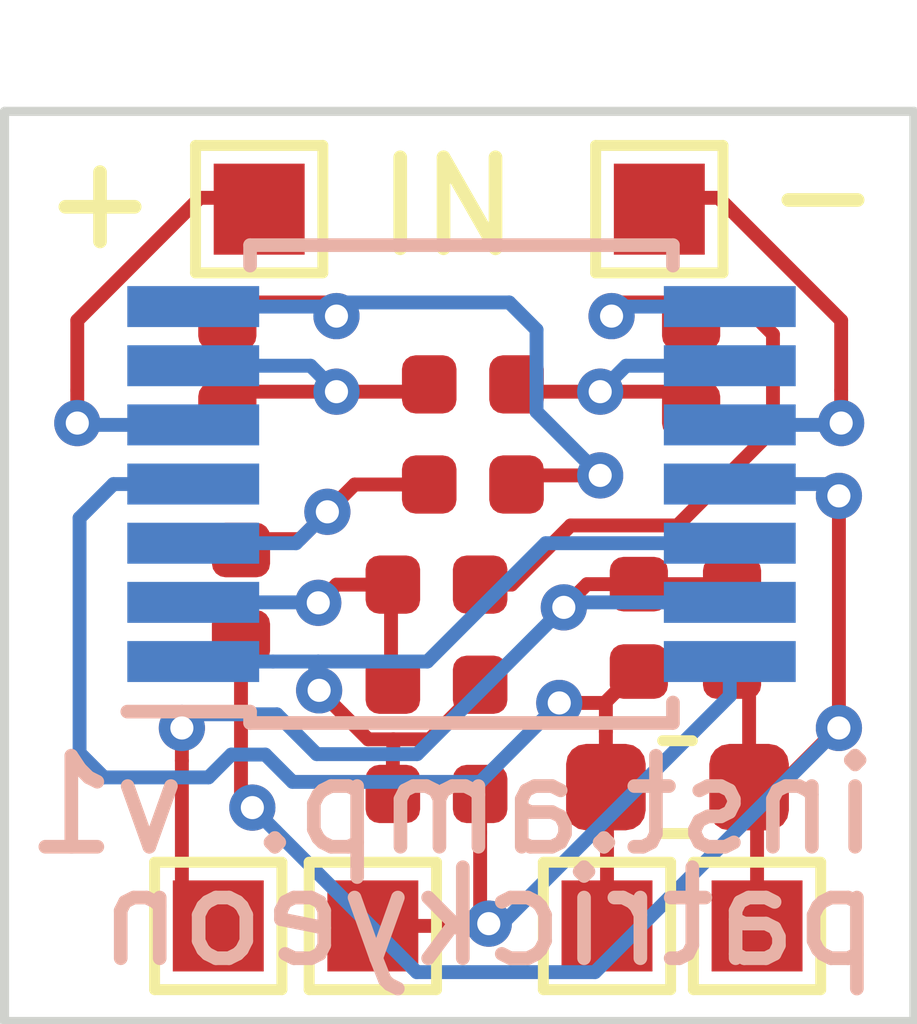
<source format=kicad_pcb>
(kicad_pcb (version 20171130) (host pcbnew 5.0.0-fee4fd1~65~ubuntu17.10.1)

  (general
    (thickness 1.6)
    (drawings 9)
    (tracks 141)
    (zones 0)
    (modules 18)
    (nets 14)
  )

  (page A4)
  (layers
    (0 F.Cu signal)
    (31 B.Cu signal hide)
    (32 B.Adhes user hide)
    (33 F.Adhes user hide)
    (34 B.Paste user hide)
    (35 F.Paste user)
    (36 B.SilkS user hide)
    (37 F.SilkS user)
    (38 B.Mask user hide)
    (39 F.Mask user)
    (40 Dwgs.User user hide)
    (41 Cmts.User user hide)
    (42 Eco1.User user hide)
    (43 Eco2.User user hide)
    (44 Edge.Cuts user)
    (45 Margin user hide)
    (46 B.CrtYd user hide)
    (47 F.CrtYd user)
    (48 B.Fab user hide)
    (49 F.Fab user hide)
  )

  (setup
    (last_trace_width 0.1524)
    (trace_clearance 0.1524)
    (zone_clearance 0.508)
    (zone_45_only no)
    (trace_min 0.1524)
    (segment_width 0.2)
    (edge_width 0.15)
    (via_size 0.508)
    (via_drill 0.254)
    (via_min_size 0.508)
    (via_min_drill 0.254)
    (uvia_size 0.3)
    (uvia_drill 0.1)
    (uvias_allowed no)
    (uvia_min_size 0.2)
    (uvia_min_drill 0.1)
    (pcb_text_width 0.15)
    (pcb_text_size 1 1)
    (mod_edge_width 0.15)
    (mod_text_size 1 1)
    (mod_text_width 0.15)
    (pad_size 1 1)
    (pad_drill 0)
    (pad_to_mask_clearance 0.2)
    (aux_axis_origin 0 0)
    (visible_elements FFFFFF7F)
    (pcbplotparams
      (layerselection 0x010f0_ffffffff)
      (usegerberextensions false)
      (usegerberattributes false)
      (usegerberadvancedattributes false)
      (creategerberjobfile false)
      (excludeedgelayer true)
      (linewidth 0.100000)
      (plotframeref false)
      (viasonmask false)
      (mode 1)
      (useauxorigin false)
      (hpglpennumber 1)
      (hpglpenspeed 20)
      (hpglpendiameter 15.000000)
      (psnegative false)
      (psa4output false)
      (plotreference false)
      (plotvalue false)
      (plotinvisibletext false)
      (padsonsilk false)
      (subtractmaskfromsilk false)
      (outputformat 1)
      (mirror false)
      (drillshape 0)
      (scaleselection 1)
      (outputdirectory "outputs/"))
  )

  (net 0 "")
  (net 1 VCC)
  (net 2 GND)
  (net 3 "Net-(R1-Pad1)")
  (net 4 "Net-(R1-Pad2)")
  (net 5 "Net-(R2-Pad2)")
  (net 6 "Net-(R3-Pad1)")
  (net 7 "Net-(R4-Pad1)")
  (net 8 "Net-(R5-Pad1)")
  (net 9 "Net-(R8-Pad1)")
  (net 10 "Net-(TP1-Pad1)")
  (net 11 "Net-(TP2-Pad1)")
  (net 12 /vout)
  (net 13 "Net-(R10-Pad2)")

  (net_class Default "This is the default net class."
    (clearance 0.1524)
    (trace_width 0.1524)
    (via_dia 0.508)
    (via_drill 0.254)
    (uvia_dia 0.3)
    (uvia_drill 0.1)
    (add_net /vout)
    (add_net GND)
    (add_net "Net-(R1-Pad1)")
    (add_net "Net-(R1-Pad2)")
    (add_net "Net-(R10-Pad2)")
    (add_net "Net-(R2-Pad2)")
    (add_net "Net-(R3-Pad1)")
    (add_net "Net-(R4-Pad1)")
    (add_net "Net-(R5-Pad1)")
    (add_net "Net-(R8-Pad1)")
    (add_net "Net-(TP1-Pad1)")
    (add_net "Net-(TP2-Pad1)")
    (add_net VCC)
  )

  (module Resistor_SMD:R_0402_1005Metric (layer F.Cu) (tedit 5BD0ED15) (tstamp 5BDCE174)
    (at 108.1 75.8 180)
    (descr "Resistor SMD 0402 (1005 Metric), square (rectangular) end terminal, IPC_7351 nominal, (Body size source: http://www.tortai-tech.com/upload/download/2011102023233369053.pdf), generated with kicad-footprint-generator")
    (tags resistor)
    (path /5BD1FEDE)
    (attr smd)
    (fp_text reference R10 (at 0 -1.17 180) (layer F.SilkS) hide
      (effects (font (size 1 1) (thickness 0.15)))
    )
    (fp_text value DNI (at 0 1.17 180) (layer F.Fab)
      (effects (font (size 1 1) (thickness 0.15)))
    )
    (fp_line (start -0.5 0.25) (end -0.5 -0.25) (layer F.Fab) (width 0.1))
    (fp_line (start -0.5 -0.25) (end 0.5 -0.25) (layer F.Fab) (width 0.1))
    (fp_line (start 0.5 -0.25) (end 0.5 0.25) (layer F.Fab) (width 0.1))
    (fp_line (start 0.5 0.25) (end -0.5 0.25) (layer F.Fab) (width 0.1))
    (fp_line (start -0.93 0.47) (end -0.93 -0.47) (layer F.CrtYd) (width 0.05))
    (fp_line (start -0.93 -0.47) (end 0.93 -0.47) (layer F.CrtYd) (width 0.05))
    (fp_line (start 0.93 -0.47) (end 0.93 0.47) (layer F.CrtYd) (width 0.05))
    (fp_line (start 0.93 0.47) (end -0.93 0.47) (layer F.CrtYd) (width 0.05))
    (fp_text user %R (at 0 0 180) (layer F.Fab)
      (effects (font (size 0.25 0.25) (thickness 0.04)))
    )
    (pad 1 smd roundrect (at -0.48 0 180) (size 0.6 0.64) (layers F.Cu F.Paste F.Mask) (roundrect_rratio 0.25)
      (net 12 /vout))
    (pad 2 smd roundrect (at 0.48 0 180) (size 0.6 0.64) (layers F.Cu F.Paste F.Mask) (roundrect_rratio 0.25)
      (net 13 "Net-(R10-Pad2)"))
    (model ${KISYS3DMOD}/Resistor_SMD.3dshapes/R_0402_1005Metric.wrl
      (at (xyz 0 0 0))
      (scale (xyz 1 1 1))
      (rotate (xyz 0 0 0))
    )
  )

  (module Capacitor_SMD:C_0603_1608Metric (layer F.Cu) (tedit 5BD0ED6D) (tstamp 5BDCD072)
    (at 110.75 75.725)
    (descr "Capacitor SMD 0603 (1608 Metric), square (rectangular) end terminal, IPC_7351 nominal, (Body size source: http://www.tortai-tech.com/upload/download/2011102023233369053.pdf), generated with kicad-footprint-generator")
    (tags capacitor)
    (path /5BD13551)
    (attr smd)
    (fp_text reference C1 (at 0 -1.43) (layer F.SilkS) hide
      (effects (font (size 1 1) (thickness 0.15)))
    )
    (fp_text value 100n (at 0 1.43) (layer F.Fab)
      (effects (font (size 1 1) (thickness 0.15)))
    )
    (fp_line (start -0.8 0.4) (end -0.8 -0.4) (layer F.Fab) (width 0.1))
    (fp_line (start -0.8 -0.4) (end 0.8 -0.4) (layer F.Fab) (width 0.1))
    (fp_line (start 0.8 -0.4) (end 0.8 0.4) (layer F.Fab) (width 0.1))
    (fp_line (start 0.8 0.4) (end -0.8 0.4) (layer F.Fab) (width 0.1))
    (fp_line (start -0.162779 -0.51) (end 0.162779 -0.51) (layer F.SilkS) (width 0.12))
    (fp_line (start -0.162779 0.51) (end 0.162779 0.51) (layer F.SilkS) (width 0.12))
    (fp_line (start -1.48 0.73) (end -1.48 -0.73) (layer F.CrtYd) (width 0.05))
    (fp_line (start -1.48 -0.73) (end 1.48 -0.73) (layer F.CrtYd) (width 0.05))
    (fp_line (start 1.48 -0.73) (end 1.48 0.73) (layer F.CrtYd) (width 0.05))
    (fp_line (start 1.48 0.73) (end -1.48 0.73) (layer F.CrtYd) (width 0.05))
    (fp_text user %R (at 0 0) (layer F.Fab)
      (effects (font (size 0.4 0.4) (thickness 0.06)))
    )
    (pad 1 smd roundrect (at -0.7875 0) (size 0.875 0.95) (layers F.Cu F.Paste F.Mask) (roundrect_rratio 0.25)
      (net 1 VCC))
    (pad 2 smd roundrect (at 0.7875 0) (size 0.875 0.95) (layers F.Cu F.Paste F.Mask) (roundrect_rratio 0.25)
      (net 2 GND))
    (model ${KISYS3DMOD}/Capacitor_SMD.3dshapes/C_0603_1608Metric.wrl
      (at (xyz 0 0 0))
      (scale (xyz 1 1 1))
      (rotate (xyz 0 0 0))
    )
  )

  (module Resistor_SMD:R_0402_1005Metric (layer F.Cu) (tedit 5BD0ED50) (tstamp 5BDCB35F)
    (at 108.5 71.3 180)
    (descr "Resistor SMD 0402 (1005 Metric), square (rectangular) end terminal, IPC_7351 nominal, (Body size source: http://www.tortai-tech.com/upload/download/2011102023233369053.pdf), generated with kicad-footprint-generator")
    (tags resistor)
    (path /5BD0F762)
    (attr smd)
    (fp_text reference R1 (at 0 -1.17 180) (layer F.SilkS) hide
      (effects (font (size 1 1) (thickness 0.15)))
    )
    (fp_text value 2K (at 0 1.17 180) (layer F.Fab)
      (effects (font (size 1 1) (thickness 0.15)))
    )
    (fp_line (start -0.5 0.25) (end -0.5 -0.25) (layer F.Fab) (width 0.1))
    (fp_line (start -0.5 -0.25) (end 0.5 -0.25) (layer F.Fab) (width 0.1))
    (fp_line (start 0.5 -0.25) (end 0.5 0.25) (layer F.Fab) (width 0.1))
    (fp_line (start 0.5 0.25) (end -0.5 0.25) (layer F.Fab) (width 0.1))
    (fp_line (start -0.93 0.47) (end -0.93 -0.47) (layer F.CrtYd) (width 0.05))
    (fp_line (start -0.93 -0.47) (end 0.93 -0.47) (layer F.CrtYd) (width 0.05))
    (fp_line (start 0.93 -0.47) (end 0.93 0.47) (layer F.CrtYd) (width 0.05))
    (fp_line (start 0.93 0.47) (end -0.93 0.47) (layer F.CrtYd) (width 0.05))
    (fp_text user %R (at 0 0 180) (layer F.Fab)
      (effects (font (size 0.25 0.25) (thickness 0.04)))
    )
    (pad 1 smd roundrect (at -0.48 0 180) (size 0.6 0.64) (layers F.Cu F.Paste F.Mask) (roundrect_rratio 0.25)
      (net 3 "Net-(R1-Pad1)"))
    (pad 2 smd roundrect (at 0.48 0 180) (size 0.6 0.64) (layers F.Cu F.Paste F.Mask) (roundrect_rratio 0.25)
      (net 4 "Net-(R1-Pad2)"))
    (model ${KISYS3DMOD}/Resistor_SMD.3dshapes/R_0402_1005Metric.wrl
      (at (xyz 0 0 0))
      (scale (xyz 1 1 1))
      (rotate (xyz 0 0 0))
    )
  )

  (module Resistor_SMD:R_0402_1005Metric (layer F.Cu) (tedit 5BD0ED41) (tstamp 5BDCBF3E)
    (at 110.9 71.1 90)
    (descr "Resistor SMD 0402 (1005 Metric), square (rectangular) end terminal, IPC_7351 nominal, (Body size source: http://www.tortai-tech.com/upload/download/2011102023233369053.pdf), generated with kicad-footprint-generator")
    (tags resistor)
    (path /5BD0F632)
    (attr smd)
    (fp_text reference R2 (at 0 -1.17 90) (layer F.SilkS) hide
      (effects (font (size 1 1) (thickness 0.15)))
    )
    (fp_text value 4K02 (at 0 1.17 90) (layer F.Fab)
      (effects (font (size 1 1) (thickness 0.15)))
    )
    (fp_line (start -0.5 0.25) (end -0.5 -0.25) (layer F.Fab) (width 0.1))
    (fp_line (start -0.5 -0.25) (end 0.5 -0.25) (layer F.Fab) (width 0.1))
    (fp_line (start 0.5 -0.25) (end 0.5 0.25) (layer F.Fab) (width 0.1))
    (fp_line (start 0.5 0.25) (end -0.5 0.25) (layer F.Fab) (width 0.1))
    (fp_line (start -0.93 0.47) (end -0.93 -0.47) (layer F.CrtYd) (width 0.05))
    (fp_line (start -0.93 -0.47) (end 0.93 -0.47) (layer F.CrtYd) (width 0.05))
    (fp_line (start 0.93 -0.47) (end 0.93 0.47) (layer F.CrtYd) (width 0.05))
    (fp_line (start 0.93 0.47) (end -0.93 0.47) (layer F.CrtYd) (width 0.05))
    (fp_text user %R (at 0 0 90) (layer F.Fab)
      (effects (font (size 0.25 0.25) (thickness 0.04)))
    )
    (pad 1 smd roundrect (at -0.48 0 90) (size 0.6 0.64) (layers F.Cu F.Paste F.Mask) (roundrect_rratio 0.25)
      (net 3 "Net-(R1-Pad1)"))
    (pad 2 smd roundrect (at 0.48 0 90) (size 0.6 0.64) (layers F.Cu F.Paste F.Mask) (roundrect_rratio 0.25)
      (net 5 "Net-(R2-Pad2)"))
    (model ${KISYS3DMOD}/Resistor_SMD.3dshapes/R_0402_1005Metric.wrl
      (at (xyz 0 0 0))
      (scale (xyz 1 1 1))
      (rotate (xyz 0 0 0))
    )
  )

  (module Resistor_SMD:R_0402_1005Metric (layer F.Cu) (tedit 5BD0ED47) (tstamp 5BDCD264)
    (at 105.8 71.1 270)
    (descr "Resistor SMD 0402 (1005 Metric), square (rectangular) end terminal, IPC_7351 nominal, (Body size source: http://www.tortai-tech.com/upload/download/2011102023233369053.pdf), generated with kicad-footprint-generator")
    (tags resistor)
    (path /5BD0F6ED)
    (attr smd)
    (fp_text reference R3 (at 0 -1.17 270) (layer F.SilkS) hide
      (effects (font (size 1 1) (thickness 0.15)))
    )
    (fp_text value 4K02 (at 0 1.17 270) (layer F.Fab)
      (effects (font (size 1 1) (thickness 0.15)))
    )
    (fp_text user %R (at 0 0 270) (layer F.Fab)
      (effects (font (size 0.25 0.25) (thickness 0.04)))
    )
    (fp_line (start 0.93 0.47) (end -0.93 0.47) (layer F.CrtYd) (width 0.05))
    (fp_line (start 0.93 -0.47) (end 0.93 0.47) (layer F.CrtYd) (width 0.05))
    (fp_line (start -0.93 -0.47) (end 0.93 -0.47) (layer F.CrtYd) (width 0.05))
    (fp_line (start -0.93 0.47) (end -0.93 -0.47) (layer F.CrtYd) (width 0.05))
    (fp_line (start 0.5 0.25) (end -0.5 0.25) (layer F.Fab) (width 0.1))
    (fp_line (start 0.5 -0.25) (end 0.5 0.25) (layer F.Fab) (width 0.1))
    (fp_line (start -0.5 -0.25) (end 0.5 -0.25) (layer F.Fab) (width 0.1))
    (fp_line (start -0.5 0.25) (end -0.5 -0.25) (layer F.Fab) (width 0.1))
    (pad 2 smd roundrect (at 0.48 0 270) (size 0.6 0.64) (layers F.Cu F.Paste F.Mask) (roundrect_rratio 0.25)
      (net 4 "Net-(R1-Pad2)"))
    (pad 1 smd roundrect (at -0.48 0 270) (size 0.6 0.64) (layers F.Cu F.Paste F.Mask) (roundrect_rratio 0.25)
      (net 6 "Net-(R3-Pad1)"))
    (model ${KISYS3DMOD}/Resistor_SMD.3dshapes/R_0402_1005Metric.wrl
      (at (xyz 0 0 0))
      (scale (xyz 1 1 1))
      (rotate (xyz 0 0 0))
    )
  )

  (module Resistor_SMD:R_0402_1005Metric locked (layer F.Cu) (tedit 5BD0ED4B) (tstamp 5BDCB38C)
    (at 108.1 73.5)
    (descr "Resistor SMD 0402 (1005 Metric), square (rectangular) end terminal, IPC_7351 nominal, (Body size source: http://www.tortai-tech.com/upload/download/2011102023233369053.pdf), generated with kicad-footprint-generator")
    (tags resistor)
    (path /5BD0F847)
    (attr smd)
    (fp_text reference R4 (at 0 -1.17) (layer F.SilkS) hide
      (effects (font (size 1 1) (thickness 0.15)))
    )
    (fp_text value 1K (at 0 1.17) (layer F.Fab)
      (effects (font (size 1 1) (thickness 0.15)))
    )
    (fp_text user %R (at 0 0) (layer F.Fab)
      (effects (font (size 0.25 0.25) (thickness 0.04)))
    )
    (fp_line (start 0.93 0.47) (end -0.93 0.47) (layer F.CrtYd) (width 0.05))
    (fp_line (start 0.93 -0.47) (end 0.93 0.47) (layer F.CrtYd) (width 0.05))
    (fp_line (start -0.93 -0.47) (end 0.93 -0.47) (layer F.CrtYd) (width 0.05))
    (fp_line (start -0.93 0.47) (end -0.93 -0.47) (layer F.CrtYd) (width 0.05))
    (fp_line (start 0.5 0.25) (end -0.5 0.25) (layer F.Fab) (width 0.1))
    (fp_line (start 0.5 -0.25) (end 0.5 0.25) (layer F.Fab) (width 0.1))
    (fp_line (start -0.5 -0.25) (end 0.5 -0.25) (layer F.Fab) (width 0.1))
    (fp_line (start -0.5 0.25) (end -0.5 -0.25) (layer F.Fab) (width 0.1))
    (pad 2 smd roundrect (at 0.48 0) (size 0.6 0.64) (layers F.Cu F.Paste F.Mask) (roundrect_rratio 0.25)
      (net 5 "Net-(R2-Pad2)"))
    (pad 1 smd roundrect (at -0.48 0) (size 0.6 0.64) (layers F.Cu F.Paste F.Mask) (roundrect_rratio 0.25)
      (net 7 "Net-(R4-Pad1)"))
    (model ${KISYS3DMOD}/Resistor_SMD.3dshapes/R_0402_1005Metric.wrl
      (at (xyz 0 0 0))
      (scale (xyz 1 1 1))
      (rotate (xyz 0 0 0))
    )
  )

  (module Resistor_SMD:R_0402_1005Metric (layer F.Cu) (tedit 5BD0ED3C) (tstamp 5BDCB39B)
    (at 108.5 72.4)
    (descr "Resistor SMD 0402 (1005 Metric), square (rectangular) end terminal, IPC_7351 nominal, (Body size source: http://www.tortai-tech.com/upload/download/2011102023233369053.pdf), generated with kicad-footprint-generator")
    (tags resistor)
    (path /5BD0F874)
    (attr smd)
    (fp_text reference R5 (at 0 -1.17) (layer F.SilkS) hide
      (effects (font (size 1 1) (thickness 0.15)))
    )
    (fp_text value 1K (at 0 1.17) (layer F.Fab)
      (effects (font (size 1 1) (thickness 0.15)))
    )
    (fp_line (start -0.5 0.25) (end -0.5 -0.25) (layer F.Fab) (width 0.1))
    (fp_line (start -0.5 -0.25) (end 0.5 -0.25) (layer F.Fab) (width 0.1))
    (fp_line (start 0.5 -0.25) (end 0.5 0.25) (layer F.Fab) (width 0.1))
    (fp_line (start 0.5 0.25) (end -0.5 0.25) (layer F.Fab) (width 0.1))
    (fp_line (start -0.93 0.47) (end -0.93 -0.47) (layer F.CrtYd) (width 0.05))
    (fp_line (start -0.93 -0.47) (end 0.93 -0.47) (layer F.CrtYd) (width 0.05))
    (fp_line (start 0.93 -0.47) (end 0.93 0.47) (layer F.CrtYd) (width 0.05))
    (fp_line (start 0.93 0.47) (end -0.93 0.47) (layer F.CrtYd) (width 0.05))
    (fp_text user %R (at 0 0) (layer F.Fab)
      (effects (font (size 0.25 0.25) (thickness 0.04)))
    )
    (pad 1 smd roundrect (at -0.48 0) (size 0.6 0.64) (layers F.Cu F.Paste F.Mask) (roundrect_rratio 0.25)
      (net 8 "Net-(R5-Pad1)"))
    (pad 2 smd roundrect (at 0.48 0) (size 0.6 0.64) (layers F.Cu F.Paste F.Mask) (roundrect_rratio 0.25)
      (net 6 "Net-(R3-Pad1)"))
    (model ${KISYS3DMOD}/Resistor_SMD.3dshapes/R_0402_1005Metric.wrl
      (at (xyz 0 0 0))
      (scale (xyz 1 1 1))
      (rotate (xyz 0 0 0))
    )
  )

  (module Resistor_SMD:R_0402_1005Metric (layer F.Cu) (tedit 5BD0ED53) (tstamp 5BDCB3AA)
    (at 105.95 73.6 270)
    (descr "Resistor SMD 0402 (1005 Metric), square (rectangular) end terminal, IPC_7351 nominal, (Body size source: http://www.tortai-tech.com/upload/download/2011102023233369053.pdf), generated with kicad-footprint-generator")
    (tags resistor)
    (path /5BD0F789)
    (attr smd)
    (fp_text reference R6 (at 0 -1.17 270) (layer F.SilkS) hide
      (effects (font (size 1 1) (thickness 0.15)))
    )
    (fp_text value 10K (at 0 1.17 270) (layer F.Fab)
      (effects (font (size 1 1) (thickness 0.15)))
    )
    (fp_text user %R (at 0 0 270) (layer F.Fab)
      (effects (font (size 0.25 0.25) (thickness 0.04)))
    )
    (fp_line (start 0.93 0.47) (end -0.93 0.47) (layer F.CrtYd) (width 0.05))
    (fp_line (start 0.93 -0.47) (end 0.93 0.47) (layer F.CrtYd) (width 0.05))
    (fp_line (start -0.93 -0.47) (end 0.93 -0.47) (layer F.CrtYd) (width 0.05))
    (fp_line (start -0.93 0.47) (end -0.93 -0.47) (layer F.CrtYd) (width 0.05))
    (fp_line (start 0.5 0.25) (end -0.5 0.25) (layer F.Fab) (width 0.1))
    (fp_line (start 0.5 -0.25) (end 0.5 0.25) (layer F.Fab) (width 0.1))
    (fp_line (start -0.5 -0.25) (end 0.5 -0.25) (layer F.Fab) (width 0.1))
    (fp_line (start -0.5 0.25) (end -0.5 -0.25) (layer F.Fab) (width 0.1))
    (pad 2 smd roundrect (at 0.48 0 270) (size 0.6 0.64) (layers F.Cu F.Paste F.Mask) (roundrect_rratio 0.25)
      (net 2 GND))
    (pad 1 smd roundrect (at -0.48 0 270) (size 0.6 0.64) (layers F.Cu F.Paste F.Mask) (roundrect_rratio 0.25)
      (net 8 "Net-(R5-Pad1)"))
    (model ${KISYS3DMOD}/Resistor_SMD.3dshapes/R_0402_1005Metric.wrl
      (at (xyz 0 0 0))
      (scale (xyz 1 1 1))
      (rotate (xyz 0 0 0))
    )
  )

  (module Resistor_SMD:R_0402_1005Metric (layer F.Cu) (tedit 5BD0ED29) (tstamp 5BDCB7ED)
    (at 108.1 74.6 180)
    (descr "Resistor SMD 0402 (1005 Metric), square (rectangular) end terminal, IPC_7351 nominal, (Body size source: http://www.tortai-tech.com/upload/download/2011102023233369053.pdf), generated with kicad-footprint-generator")
    (tags resistor)
    (path /5BD0F7B2)
    (attr smd)
    (fp_text reference R7 (at 0 -1.17 180) (layer F.SilkS) hide
      (effects (font (size 1 1) (thickness 0.15)))
    )
    (fp_text value 10K (at 0 1.17 180) (layer F.Fab)
      (effects (font (size 1 1) (thickness 0.15)))
    )
    (fp_text user %R (at 0 0 180) (layer F.Fab)
      (effects (font (size 0.25 0.25) (thickness 0.04)))
    )
    (fp_line (start 0.93 0.47) (end -0.93 0.47) (layer F.CrtYd) (width 0.05))
    (fp_line (start 0.93 -0.47) (end 0.93 0.47) (layer F.CrtYd) (width 0.05))
    (fp_line (start -0.93 -0.47) (end 0.93 -0.47) (layer F.CrtYd) (width 0.05))
    (fp_line (start -0.93 0.47) (end -0.93 -0.47) (layer F.CrtYd) (width 0.05))
    (fp_line (start 0.5 0.25) (end -0.5 0.25) (layer F.Fab) (width 0.1))
    (fp_line (start 0.5 -0.25) (end 0.5 0.25) (layer F.Fab) (width 0.1))
    (fp_line (start -0.5 -0.25) (end 0.5 -0.25) (layer F.Fab) (width 0.1))
    (fp_line (start -0.5 0.25) (end -0.5 -0.25) (layer F.Fab) (width 0.1))
    (pad 2 smd roundrect (at 0.48 0 180) (size 0.6 0.64) (layers F.Cu F.Paste F.Mask) (roundrect_rratio 0.25)
      (net 7 "Net-(R4-Pad1)"))
    (pad 1 smd roundrect (at -0.48 0 180) (size 0.6 0.64) (layers F.Cu F.Paste F.Mask) (roundrect_rratio 0.25)
      (net 13 "Net-(R10-Pad2)"))
    (model ${KISYS3DMOD}/Resistor_SMD.3dshapes/R_0402_1005Metric.wrl
      (at (xyz 0 0 0))
      (scale (xyz 1 1 1))
      (rotate (xyz 0 0 0))
    )
  )

  (module Resistor_SMD:R_0402_1005Metric (layer F.Cu) (tedit 5BD0ED65) (tstamp 5BDCCF66)
    (at 110.325 73.975 270)
    (descr "Resistor SMD 0402 (1005 Metric), square (rectangular) end terminal, IPC_7351 nominal, (Body size source: http://www.tortai-tech.com/upload/download/2011102023233369053.pdf), generated with kicad-footprint-generator")
    (tags resistor)
    (path /5BD0F804)
    (attr smd)
    (fp_text reference R8 (at 0 -1.17 270) (layer F.SilkS) hide
      (effects (font (size 1 1) (thickness 0.15)))
    )
    (fp_text value DNI (at 0 1.17 270) (layer F.Fab)
      (effects (font (size 1 1) (thickness 0.15)))
    )
    (fp_text user %R (at 0 0 270) (layer F.Fab)
      (effects (font (size 0.25 0.25) (thickness 0.04)))
    )
    (fp_line (start 0.93 0.47) (end -0.93 0.47) (layer F.CrtYd) (width 0.05))
    (fp_line (start 0.93 -0.47) (end 0.93 0.47) (layer F.CrtYd) (width 0.05))
    (fp_line (start -0.93 -0.47) (end 0.93 -0.47) (layer F.CrtYd) (width 0.05))
    (fp_line (start -0.93 0.47) (end -0.93 -0.47) (layer F.CrtYd) (width 0.05))
    (fp_line (start 0.5 0.25) (end -0.5 0.25) (layer F.Fab) (width 0.1))
    (fp_line (start 0.5 -0.25) (end 0.5 0.25) (layer F.Fab) (width 0.1))
    (fp_line (start -0.5 -0.25) (end 0.5 -0.25) (layer F.Fab) (width 0.1))
    (fp_line (start -0.5 0.25) (end -0.5 -0.25) (layer F.Fab) (width 0.1))
    (pad 2 smd roundrect (at 0.48 0 270) (size 0.6 0.64) (layers F.Cu F.Paste F.Mask) (roundrect_rratio 0.25)
      (net 1 VCC))
    (pad 1 smd roundrect (at -0.48 0 270) (size 0.6 0.64) (layers F.Cu F.Paste F.Mask) (roundrect_rratio 0.25)
      (net 9 "Net-(R8-Pad1)"))
    (model ${KISYS3DMOD}/Resistor_SMD.3dshapes/R_0402_1005Metric.wrl
      (at (xyz 0 0 0))
      (scale (xyz 1 1 1))
      (rotate (xyz 0 0 0))
    )
  )

  (module Resistor_SMD:R_0402_1005Metric (layer F.Cu) (tedit 5BD0ED5B) (tstamp 5BDCBAD1)
    (at 111.35 73.975 90)
    (descr "Resistor SMD 0402 (1005 Metric), square (rectangular) end terminal, IPC_7351 nominal, (Body size source: http://www.tortai-tech.com/upload/download/2011102023233369053.pdf), generated with kicad-footprint-generator")
    (tags resistor)
    (path /5BD0F7DB)
    (attr smd)
    (fp_text reference R9 (at 0 -1.17 90) (layer F.SilkS) hide
      (effects (font (size 1 1) (thickness 0.15)))
    )
    (fp_text value 100K (at 0 1.17 90) (layer F.Fab)
      (effects (font (size 1 1) (thickness 0.15)))
    )
    (fp_line (start -0.5 0.25) (end -0.5 -0.25) (layer F.Fab) (width 0.1))
    (fp_line (start -0.5 -0.25) (end 0.5 -0.25) (layer F.Fab) (width 0.1))
    (fp_line (start 0.5 -0.25) (end 0.5 0.25) (layer F.Fab) (width 0.1))
    (fp_line (start 0.5 0.25) (end -0.5 0.25) (layer F.Fab) (width 0.1))
    (fp_line (start -0.93 0.47) (end -0.93 -0.47) (layer F.CrtYd) (width 0.05))
    (fp_line (start -0.93 -0.47) (end 0.93 -0.47) (layer F.CrtYd) (width 0.05))
    (fp_line (start 0.93 -0.47) (end 0.93 0.47) (layer F.CrtYd) (width 0.05))
    (fp_line (start 0.93 0.47) (end -0.93 0.47) (layer F.CrtYd) (width 0.05))
    (fp_text user %R (at 0 0 90) (layer F.Fab)
      (effects (font (size 0.25 0.25) (thickness 0.04)))
    )
    (pad 1 smd roundrect (at -0.48 0 90) (size 0.6 0.64) (layers F.Cu F.Paste F.Mask) (roundrect_rratio 0.25)
      (net 2 GND))
    (pad 2 smd roundrect (at 0.48 0 90) (size 0.6 0.64) (layers F.Cu F.Paste F.Mask) (roundrect_rratio 0.25)
      (net 9 "Net-(R8-Pad1)"))
    (model ${KISYS3DMOD}/Resistor_SMD.3dshapes/R_0402_1005Metric.wrl
      (at (xyz 0 0 0))
      (scale (xyz 1 1 1))
      (rotate (xyz 0 0 0))
    )
  )

  (module TestPoint:TestPoint_Pad_1.0x1.0mm (layer F.Cu) (tedit 5BD0ED37) (tstamp 5BDCB3E5)
    (at 110.55 69.375)
    (descr "SMD rectangular pad as test Point, square 1.0mm side length")
    (tags "test point SMD pad rectangle square")
    (path /5BD14D49)
    (attr virtual)
    (fp_text reference TP1 (at 0 -1.448) (layer F.SilkS) hide
      (effects (font (size 1 1) (thickness 0.15)))
    )
    (fp_text value Test_Point (at 0 1.55) (layer F.Fab)
      (effects (font (size 1 1) (thickness 0.15)))
    )
    (fp_text user %R (at 0 -1.45) (layer F.Fab)
      (effects (font (size 1 1) (thickness 0.15)))
    )
    (fp_line (start -0.7 -0.7) (end 0.7 -0.7) (layer F.SilkS) (width 0.12))
    (fp_line (start 0.7 -0.7) (end 0.7 0.7) (layer F.SilkS) (width 0.12))
    (fp_line (start 0.7 0.7) (end -0.7 0.7) (layer F.SilkS) (width 0.12))
    (fp_line (start -0.7 0.7) (end -0.7 -0.7) (layer F.SilkS) (width 0.12))
    (fp_line (start -1 -1) (end 1 -1) (layer F.CrtYd) (width 0.05))
    (fp_line (start -1 -1) (end -1 1) (layer F.CrtYd) (width 0.05))
    (fp_line (start 1 1) (end 1 -1) (layer F.CrtYd) (width 0.05))
    (fp_line (start 1 1) (end -1 1) (layer F.CrtYd) (width 0.05))
    (pad 1 smd rect (at 0 0) (size 1 1) (layers F.Cu F.Mask)
      (net 10 "Net-(TP1-Pad1)"))
  )

  (module TestPoint:TestPoint_Pad_1.0x1.0mm (layer F.Cu) (tedit 5BD0ED32) (tstamp 5BDCB3F3)
    (at 106.15 69.375)
    (descr "SMD rectangular pad as test Point, square 1.0mm side length")
    (tags "test point SMD pad rectangle square")
    (path /5BD173CB)
    (attr virtual)
    (fp_text reference TP2 (at 0 -1.448) (layer F.SilkS) hide
      (effects (font (size 1 1) (thickness 0.15)))
    )
    (fp_text value Test_Point (at 0 1.55) (layer F.Fab)
      (effects (font (size 1 1) (thickness 0.15)))
    )
    (fp_line (start 1 1) (end -1 1) (layer F.CrtYd) (width 0.05))
    (fp_line (start 1 1) (end 1 -1) (layer F.CrtYd) (width 0.05))
    (fp_line (start -1 -1) (end -1 1) (layer F.CrtYd) (width 0.05))
    (fp_line (start -1 -1) (end 1 -1) (layer F.CrtYd) (width 0.05))
    (fp_line (start -0.7 0.7) (end -0.7 -0.7) (layer F.SilkS) (width 0.12))
    (fp_line (start 0.7 0.7) (end -0.7 0.7) (layer F.SilkS) (width 0.12))
    (fp_line (start 0.7 -0.7) (end 0.7 0.7) (layer F.SilkS) (width 0.12))
    (fp_line (start -0.7 -0.7) (end 0.7 -0.7) (layer F.SilkS) (width 0.12))
    (fp_text user %R (at 0 -1.45) (layer F.Fab)
      (effects (font (size 1 1) (thickness 0.15)))
    )
    (pad 1 smd rect (at 0 0) (size 1 1) (layers F.Cu F.Mask)
      (net 11 "Net-(TP2-Pad1)"))
  )

  (module TestPoint:TestPoint_Pad_1.0x1.0mm (layer F.Cu) (tedit 5BD0ED07) (tstamp 5BDCB401)
    (at 105.7 77.25)
    (descr "SMD rectangular pad as test Point, square 1.0mm side length")
    (tags "test point SMD pad rectangle square")
    (path /5BD182D2)
    (attr virtual)
    (fp_text reference TP3 (at 0 -1.448) (layer F.SilkS) hide
      (effects (font (size 1 1) (thickness 0.15)))
    )
    (fp_text value Test_Point (at 0 1.55) (layer F.Fab)
      (effects (font (size 1 1) (thickness 0.15)))
    )
    (fp_text user %R (at 0 -1.45) (layer F.Fab)
      (effects (font (size 1 1) (thickness 0.15)))
    )
    (fp_line (start -0.7 -0.7) (end 0.7 -0.7) (layer F.SilkS) (width 0.12))
    (fp_line (start 0.7 -0.7) (end 0.7 0.7) (layer F.SilkS) (width 0.12))
    (fp_line (start 0.7 0.7) (end -0.7 0.7) (layer F.SilkS) (width 0.12))
    (fp_line (start -0.7 0.7) (end -0.7 -0.7) (layer F.SilkS) (width 0.12))
    (fp_line (start -1 -1) (end 1 -1) (layer F.CrtYd) (width 0.05))
    (fp_line (start -1 -1) (end -1 1) (layer F.CrtYd) (width 0.05))
    (fp_line (start 1 1) (end 1 -1) (layer F.CrtYd) (width 0.05))
    (fp_line (start 1 1) (end -1 1) (layer F.CrtYd) (width 0.05))
    (pad 1 smd rect (at 0 0) (size 1 1) (layers F.Cu F.Mask)
      (net 9 "Net-(R8-Pad1)"))
  )

  (module TestPoint:TestPoint_Pad_1.0x1.0mm (layer F.Cu) (tedit 5BD0ED1E) (tstamp 5BDCDB49)
    (at 109.975 77.25)
    (descr "SMD rectangular pad as test Point, square 1.0mm side length")
    (tags "test point SMD pad rectangle square")
    (path /5BD17DC9)
    (attr virtual)
    (fp_text reference TP5 (at 0 -1.448) (layer F.SilkS) hide
      (effects (font (size 1 1) (thickness 0.15)))
    )
    (fp_text value Test_Point (at 0 1.55) (layer F.Fab)
      (effects (font (size 1 1) (thickness 0.15)))
    )
    (fp_line (start 1 1) (end -1 1) (layer F.CrtYd) (width 0.05))
    (fp_line (start 1 1) (end 1 -1) (layer F.CrtYd) (width 0.05))
    (fp_line (start -1 -1) (end -1 1) (layer F.CrtYd) (width 0.05))
    (fp_line (start -1 -1) (end 1 -1) (layer F.CrtYd) (width 0.05))
    (fp_line (start -0.7 0.7) (end -0.7 -0.7) (layer F.SilkS) (width 0.12))
    (fp_line (start 0.7 0.7) (end -0.7 0.7) (layer F.SilkS) (width 0.12))
    (fp_line (start 0.7 -0.7) (end 0.7 0.7) (layer F.SilkS) (width 0.12))
    (fp_line (start -0.7 -0.7) (end 0.7 -0.7) (layer F.SilkS) (width 0.12))
    (fp_text user %R (at 0 -1.45) (layer F.Fab)
      (effects (font (size 1 1) (thickness 0.15)))
    )
    (pad 1 smd rect (at 0 0) (size 1 1) (layers F.Cu F.Mask)
      (net 1 VCC))
  )

  (module TestPoint:TestPoint_Pad_1.0x1.0mm (layer F.Cu) (tedit 5BD0ED23) (tstamp 5BDCDB97)
    (at 111.625 77.25)
    (descr "SMD rectangular pad as test Point, square 1.0mm side length")
    (tags "test point SMD pad rectangle square")
    (path /5BD187CB)
    (attr virtual)
    (fp_text reference TP6 (at 0 -1.448) (layer F.SilkS) hide
      (effects (font (size 1 1) (thickness 0.15)))
    )
    (fp_text value Test_Point (at 0 1.55) (layer F.Fab)
      (effects (font (size 1 1) (thickness 0.15)))
    )
    (fp_line (start 1 1) (end -1 1) (layer F.CrtYd) (width 0.05))
    (fp_line (start 1 1) (end 1 -1) (layer F.CrtYd) (width 0.05))
    (fp_line (start -1 -1) (end -1 1) (layer F.CrtYd) (width 0.05))
    (fp_line (start -1 -1) (end 1 -1) (layer F.CrtYd) (width 0.05))
    (fp_line (start -0.7 0.7) (end -0.7 -0.7) (layer F.SilkS) (width 0.12))
    (fp_line (start 0.7 0.7) (end -0.7 0.7) (layer F.SilkS) (width 0.12))
    (fp_line (start 0.7 -0.7) (end 0.7 0.7) (layer F.SilkS) (width 0.12))
    (fp_line (start -0.7 -0.7) (end 0.7 -0.7) (layer F.SilkS) (width 0.12))
    (fp_text user %R (at 0 -1.45) (layer F.Fab)
      (effects (font (size 1 1) (thickness 0.15)))
    )
    (pad 1 smd rect (at 0 0) (size 1 1) (layers F.Cu F.Mask)
      (net 2 GND))
  )

  (module TestPoint:TestPoint_Pad_1.0x1.0mm (layer F.Cu) (tedit 5BD0ED0B) (tstamp 5BDCDB1F)
    (at 107.4 77.25)
    (descr "SMD rectangular pad as test Point, square 1.0mm side length")
    (tags "test point SMD pad rectangle square")
    (path /5BD18CFA)
    (attr virtual)
    (fp_text reference TP7 (at 0 -1.448) (layer F.SilkS) hide
      (effects (font (size 1 1) (thickness 0.15)))
    )
    (fp_text value Test_Point (at 0 1.55) (layer F.Fab)
      (effects (font (size 1 1) (thickness 0.15)))
    )
    (fp_text user %R (at 0 -1.45) (layer F.Fab)
      (effects (font (size 1 1) (thickness 0.15)))
    )
    (fp_line (start -0.7 -0.7) (end 0.7 -0.7) (layer F.SilkS) (width 0.12))
    (fp_line (start 0.7 -0.7) (end 0.7 0.7) (layer F.SilkS) (width 0.12))
    (fp_line (start 0.7 0.7) (end -0.7 0.7) (layer F.SilkS) (width 0.12))
    (fp_line (start -0.7 0.7) (end -0.7 -0.7) (layer F.SilkS) (width 0.12))
    (fp_line (start -1 -1) (end 1 -1) (layer F.CrtYd) (width 0.05))
    (fp_line (start -1 -1) (end -1 1) (layer F.CrtYd) (width 0.05))
    (fp_line (start 1 1) (end 1 -1) (layer F.CrtYd) (width 0.05))
    (fp_line (start 1 1) (end -1 1) (layer F.CrtYd) (width 0.05))
    (pad 1 smd rect (at 0 0) (size 1 1) (layers F.Cu F.Mask)
      (net 12 /vout))
  )

  (module Package_SO:TSSOP-14_4.4x5mm_P0.65mm (layer B.Cu) (tedit 5BD0EDA1) (tstamp 5BDCBFC2)
    (at 108.375001 72.395001)
    (descr "14-Lead Plastic Thin Shrink Small Outline (ST)-4.4 mm Body [TSSOP] (see Microchip Packaging Specification 00000049BS.pdf)")
    (tags "SSOP 0.65")
    (path /5BD0F352)
    (attr smd)
    (fp_text reference U1 (at 0 3.55) (layer B.SilkS) hide
      (effects (font (size 1 1) (thickness 0.15)) (justify mirror))
    )
    (fp_text value Opamp_Quad_Generic (at 0 -3.55) (layer B.Fab)
      (effects (font (size 1 1) (thickness 0.15)) (justify mirror))
    )
    (fp_line (start -1.2 2.5) (end 2.2 2.5) (layer B.Fab) (width 0.15))
    (fp_line (start 2.2 2.5) (end 2.2 -2.5) (layer B.Fab) (width 0.15))
    (fp_line (start 2.2 -2.5) (end -2.2 -2.5) (layer B.Fab) (width 0.15))
    (fp_line (start -2.2 -2.5) (end -2.2 1.5) (layer B.Fab) (width 0.15))
    (fp_line (start -2.2 1.5) (end -1.2 2.5) (layer B.Fab) (width 0.15))
    (fp_line (start -3.95 2.8) (end -3.95 -2.8) (layer B.CrtYd) (width 0.05))
    (fp_line (start 3.95 2.8) (end 3.95 -2.8) (layer B.CrtYd) (width 0.05))
    (fp_line (start -3.95 2.8) (end 3.95 2.8) (layer B.CrtYd) (width 0.05))
    (fp_line (start -3.95 -2.8) (end 3.95 -2.8) (layer B.CrtYd) (width 0.05))
    (fp_line (start -2.325 2.625) (end -2.325 2.5) (layer B.SilkS) (width 0.15))
    (fp_line (start 2.325 2.625) (end 2.325 2.4) (layer B.SilkS) (width 0.15))
    (fp_line (start 2.325 -2.625) (end 2.325 -2.4) (layer B.SilkS) (width 0.15))
    (fp_line (start -2.325 -2.625) (end -2.325 -2.4) (layer B.SilkS) (width 0.15))
    (fp_line (start -2.325 2.625) (end 2.325 2.625) (layer B.SilkS) (width 0.15))
    (fp_line (start -2.325 -2.625) (end 2.325 -2.625) (layer B.SilkS) (width 0.15))
    (fp_line (start -2.325 2.5) (end -3.675 2.5) (layer B.SilkS) (width 0.15))
    (fp_text user %R (at 0 0) (layer B.Fab)
      (effects (font (size 0.8 0.8) (thickness 0.15)) (justify mirror))
    )
    (pad 1 smd rect (at -2.95 1.95) (size 1.45 0.45) (layers B.Cu B.Paste B.Mask)
      (net 13 "Net-(R10-Pad2)"))
    (pad 2 smd rect (at -2.95 1.3) (size 1.45 0.45) (layers B.Cu B.Paste B.Mask)
      (net 7 "Net-(R4-Pad1)"))
    (pad 3 smd rect (at -2.95 0.65) (size 1.45 0.45) (layers B.Cu B.Paste B.Mask)
      (net 8 "Net-(R5-Pad1)"))
    (pad 4 smd rect (at -2.95 0) (size 1.45 0.45) (layers B.Cu B.Paste B.Mask)
      (net 1 VCC))
    (pad 5 smd rect (at -2.95 -0.65) (size 1.45 0.45) (layers B.Cu B.Paste B.Mask)
      (net 11 "Net-(TP2-Pad1)"))
    (pad 6 smd rect (at -2.95 -1.3) (size 1.45 0.45) (layers B.Cu B.Paste B.Mask)
      (net 4 "Net-(R1-Pad2)"))
    (pad 7 smd rect (at -2.95 -1.95) (size 1.45 0.45) (layers B.Cu B.Paste B.Mask)
      (net 6 "Net-(R3-Pad1)"))
    (pad 8 smd rect (at 2.95 -1.95) (size 1.45 0.45) (layers B.Cu B.Paste B.Mask)
      (net 5 "Net-(R2-Pad2)"))
    (pad 9 smd rect (at 2.95 -1.3) (size 1.45 0.45) (layers B.Cu B.Paste B.Mask)
      (net 3 "Net-(R1-Pad1)"))
    (pad 10 smd rect (at 2.95 -0.65) (size 1.45 0.45) (layers B.Cu B.Paste B.Mask)
      (net 10 "Net-(TP1-Pad1)"))
    (pad 11 smd rect (at 2.95 0) (size 1.45 0.45) (layers B.Cu B.Paste B.Mask)
      (net 2 GND))
    (pad 12 smd rect (at 2.95 0.65) (size 1.45 0.45) (layers B.Cu B.Paste B.Mask)
      (net 13 "Net-(R10-Pad2)"))
    (pad 13 smd rect (at 2.95 1.3) (size 1.45 0.45) (layers B.Cu B.Paste B.Mask)
      (net 9 "Net-(R8-Pad1)"))
    (pad 14 smd rect (at 2.95 1.95) (size 1.45 0.45) (layers B.Cu B.Paste B.Mask)
      (net 12 /vout))
    (model ${KISYS3DMOD}/Package_SO.3dshapes/TSSOP-14_4.4x5mm_P0.65mm.wrl
      (at (xyz 0 0 0))
      (scale (xyz 1 1 1))
      (rotate (xyz 0 0 0))
    )
  )

  (gr_text "inst.amp. v1" (at 108.275 75.925) (layer B.SilkS)
    (effects (font (size 1 1) (thickness 0.15)) (justify mirror))
  )
  (gr_text patrickyeon (at 108.675 77.15) (layer B.SilkS)
    (effects (font (size 1 1) (thickness 0.15)) (justify mirror))
  )
  (gr_text - (at 112.35 69.2) (layer F.SilkS)
    (effects (font (size 1 1) (thickness 0.15)))
  )
  (gr_text + (at 104.4 69.275) (layer F.SilkS)
    (effects (font (size 1 1) (thickness 0.15)))
  )
  (gr_text IN (at 108.225 69.35) (layer F.SilkS)
    (effects (font (size 1 1) (thickness 0.15)))
  )
  (gr_line (start 103.35 78.3) (end 113.35 78.3) (layer Edge.Cuts) (width 0.1))
  (gr_line (start 103.35 68.3) (end 103.35 78.3) (layer Edge.Cuts) (width 0.1))
  (gr_line (start 113.35 68.3) (end 103.35 68.3) (layer Edge.Cuts) (width 0.1))
  (gr_line (start 113.35 78.3) (end 113.35 68.3) (layer Edge.Cuts) (width 0.1))

  (segment (start 109.9625 74.7875) (end 110.3 74.45) (width 0.1524) (layer F.Cu) (net 1))
  (segment (start 109.9625 76.05) (end 109.9625 75.1175) (width 0.1524) (layer F.Cu) (net 1))
  (via (at 109.45 74.8) (size 0.508) (drill 0.254) (layers F.Cu B.Cu) (net 1))
  (segment (start 109.9625 74.8) (end 109.9625 75.1175) (width 0.1524) (layer F.Cu) (net 1))
  (segment (start 109.45 74.8) (end 109.9625 74.8) (width 0.1524) (layer F.Cu) (net 1))
  (segment (start 109.196001 75.053999) (end 109.45 74.8) (width 0.1524) (layer B.Cu) (net 1))
  (segment (start 106.517399 75.667399) (end 108.582601 75.667399) (width 0.1524) (layer B.Cu) (net 1))
  (segment (start 106.217399 75.367399) (end 106.517399 75.667399) (width 0.1524) (layer B.Cu) (net 1))
  (segment (start 105.843351 75.367399) (end 106.217399 75.367399) (width 0.1524) (layer B.Cu) (net 1))
  (segment (start 108.582601 75.667399) (end 109.196001 75.053999) (width 0.1524) (layer B.Cu) (net 1))
  (segment (start 104.175 72.767602) (end 104.175 75.35) (width 0.1524) (layer B.Cu) (net 1))
  (segment (start 104.547601 72.395001) (end 104.175 72.767602) (width 0.1524) (layer B.Cu) (net 1))
  (segment (start 104.175 75.35) (end 104.443351 75.618351) (width 0.1524) (layer B.Cu) (net 1))
  (segment (start 105.592399 75.618351) (end 105.843351 75.367399) (width 0.1524) (layer B.Cu) (net 1))
  (segment (start 105.425001 72.395001) (end 104.547601 72.395001) (width 0.1524) (layer B.Cu) (net 1))
  (segment (start 104.443351 75.618351) (end 105.592399 75.618351) (width 0.1524) (layer B.Cu) (net 1))
  (segment (start 109.975 75.7375) (end 109.9625 75.725) (width 0.1524) (layer F.Cu) (net 1))
  (segment (start 109.975 77.25) (end 109.975 75.7375) (width 0.1524) (layer F.Cu) (net 1))
  (via (at 112.525 72.525) (size 0.508) (drill 0.254) (layers F.Cu B.Cu) (net 2))
  (segment (start 112.395001 72.395001) (end 112.525 72.525) (width 0.1524) (layer B.Cu) (net 2))
  (segment (start 111.325001 72.395001) (end 112.395001 72.395001) (width 0.1524) (layer B.Cu) (net 2))
  (segment (start 112.525 72.525) (end 112.525 75.075) (width 0.1524) (layer F.Cu) (net 2))
  (via (at 112.525 75.075) (size 0.508) (drill 0.254) (layers F.Cu B.Cu) (net 2))
  (segment (start 112.5125 75.075) (end 112.525 75.075) (width 0.1524) (layer F.Cu) (net 2))
  (segment (start 111.5375 76.05) (end 112.5125 75.075) (width 0.1524) (layer F.Cu) (net 2))
  (segment (start 111.35 74.475) (end 111.35 74.455) (width 0.1524) (layer F.Cu) (net 2))
  (segment (start 111.5375 76.05) (end 111.5375 74.6625) (width 0.1524) (layer F.Cu) (net 2))
  (segment (start 111.5375 74.6625) (end 111.35 74.475) (width 0.1524) (layer F.Cu) (net 2))
  (via (at 106.075 75.95) (size 0.508) (drill 0.254) (layers F.Cu B.Cu) (net 2))
  (segment (start 106.328999 76.203999) (end 106.075 75.95) (width 0.1524) (layer B.Cu) (net 2))
  (segment (start 109.842399 77.757601) (end 107.882601 77.757601) (width 0.1524) (layer B.Cu) (net 2))
  (segment (start 105.95 74.08) (end 105.95 75.825) (width 0.1524) (layer F.Cu) (net 2))
  (segment (start 112.525 75.075) (end 109.842399 77.757601) (width 0.1524) (layer B.Cu) (net 2))
  (segment (start 107.882601 77.757601) (end 106.328999 76.203999) (width 0.1524) (layer B.Cu) (net 2))
  (segment (start 105.95 75.825) (end 106.075 75.95) (width 0.1524) (layer F.Cu) (net 2))
  (segment (start 111.625 75.8125) (end 111.5375 75.725) (width 0.1524) (layer F.Cu) (net 2))
  (segment (start 111.625 77.25) (end 111.625 75.8125) (width 0.1524) (layer F.Cu) (net 2))
  (segment (start 111.325001 71.095001) (end 110.184999 71.095001) (width 0.1524) (layer B.Cu) (net 3))
  (segment (start 110.9 71.38) (end 109.9 71.38) (width 0.1524) (layer F.Cu) (net 3))
  (via (at 109.9 71.38) (size 0.508) (drill 0.254) (layers F.Cu B.Cu) (net 3))
  (segment (start 110.184999 71.095001) (end 109.9 71.38) (width 0.1524) (layer B.Cu) (net 3))
  (segment (start 109.06 71.38) (end 108.98 71.3) (width 0.1524) (layer F.Cu) (net 3))
  (segment (start 109.9 71.38) (end 109.06 71.38) (width 0.1524) (layer F.Cu) (net 3))
  (segment (start 105.425001 71.095001) (end 106.715001 71.095001) (width 0.1524) (layer B.Cu) (net 4))
  (segment (start 105.8 71.38) (end 107 71.38) (width 0.1524) (layer F.Cu) (net 4))
  (via (at 107 71.38) (size 0.508) (drill 0.254) (layers F.Cu B.Cu) (net 4))
  (segment (start 106.715001 71.095001) (end 107 71.38) (width 0.1524) (layer B.Cu) (net 4))
  (segment (start 107 71.38) (end 107.94 71.38) (width 0.1524) (layer F.Cu) (net 4))
  (segment (start 107.94 71.38) (end 108.02 71.3) (width 0.1524) (layer F.Cu) (net 4))
  (segment (start 111.325001 70.445001) (end 110.045001 70.445001) (width 0.1524) (layer B.Cu) (net 5))
  (segment (start 110.045001 70.445001) (end 110 70.4) (width 0.1524) (layer B.Cu) (net 5))
  (segment (start 110.88 70.4) (end 110.9 70.42) (width 0.1524) (layer F.Cu) (net 5))
  (segment (start 110 70.4) (end 110.88 70.4) (width 0.1524) (layer F.Cu) (net 5))
  (via (at 110.025 70.55) (size 0.508) (drill 0.254) (layers F.Cu B.Cu) (net 5))
  (segment (start 108.925 73.5) (end 108.58 73.5) (width 0.1524) (layer F.Cu) (net 5))
  (segment (start 111.8 70.75) (end 111.8 71.8) (width 0.1524) (layer F.Cu) (net 5))
  (segment (start 111.47 70.42) (end 111.8 70.75) (width 0.1524) (layer F.Cu) (net 5))
  (segment (start 109.575 72.85) (end 108.925 73.5) (width 0.1524) (layer F.Cu) (net 5))
  (segment (start 110.9 70.42) (end 111.47 70.42) (width 0.1524) (layer F.Cu) (net 5))
  (segment (start 111.8 71.8) (end 110.75 72.85) (width 0.1524) (layer F.Cu) (net 5))
  (segment (start 110.75 72.85) (end 109.575 72.85) (width 0.1524) (layer F.Cu) (net 5))
  (via (at 109.9 72.3) (size 0.508) (drill 0.254) (layers F.Cu B.Cu) (net 6))
  (segment (start 109.08 72.3) (end 108.98 72.4) (width 0.1524) (layer F.Cu) (net 6))
  (segment (start 109.9 72.3) (end 109.08 72.3) (width 0.1524) (layer F.Cu) (net 6))
  (segment (start 105.82 70.4) (end 105.8 70.42) (width 0.1524) (layer F.Cu) (net 6))
  (via (at 107 70.55) (size 0.508) (drill 0.254) (layers F.Cu B.Cu) (net 6))
  (segment (start 107 70.4) (end 108.9 70.4) (width 0.1524) (layer B.Cu) (net 6))
  (segment (start 109.2 71.6) (end 109.9 72.3) (width 0.1524) (layer B.Cu) (net 6))
  (segment (start 106.954999 70.445001) (end 107 70.4) (width 0.1524) (layer B.Cu) (net 6))
  (segment (start 107 70.4) (end 105.82 70.4) (width 0.1524) (layer F.Cu) (net 6))
  (segment (start 105.425001 70.445001) (end 106.954999 70.445001) (width 0.1524) (layer B.Cu) (net 6))
  (segment (start 109.2 70.7) (end 109.2 71.6) (width 0.1524) (layer B.Cu) (net 6))
  (segment (start 108.9 70.4) (end 109.2 70.7) (width 0.1524) (layer B.Cu) (net 6))
  (segment (start 105.425001 73.695001) (end 106.795001 73.695001) (width 0.1524) (layer B.Cu) (net 7))
  (via (at 106.8 73.7) (size 0.508) (drill 0.254) (layers F.Cu B.Cu) (net 7))
  (segment (start 106.795001 73.695001) (end 106.8 73.7) (width 0.1524) (layer B.Cu) (net 7))
  (segment (start 107 73.5) (end 106.8 73.7) (width 0.1524) (layer F.Cu) (net 7))
  (segment (start 107.6 73.5) (end 107 73.5) (width 0.1524) (layer F.Cu) (net 7))
  (segment (start 107.6 74.6) (end 107.6 73.5) (width 0.1524) (layer F.Cu) (net 7))
  (via (at 106.9 72.7) (size 0.508) (drill 0.254) (layers F.Cu B.Cu) (net 8))
  (segment (start 108.02 72.4) (end 107.2 72.4) (width 0.1524) (layer F.Cu) (net 8))
  (segment (start 107.2 72.4) (end 106.9 72.7) (width 0.1524) (layer F.Cu) (net 8))
  (segment (start 106.554999 73.045001) (end 105.425001 73.045001) (width 0.1524) (layer B.Cu) (net 8))
  (segment (start 106.9 72.7) (end 106.554999 73.045001) (width 0.1524) (layer B.Cu) (net 8))
  (segment (start 106.6 73) (end 106.9 72.7) (width 0.1524) (layer F.Cu) (net 8))
  (segment (start 105.98 73) (end 106.6 73) (width 0.1524) (layer F.Cu) (net 8))
  (segment (start 111.325001 73.045001) (end 109.3 73.045001) (width 0.1524) (layer B.Cu) (net 13))
  (segment (start 111.325001 73.695001) (end 109.554999 73.695001) (width 0.1524) (layer B.Cu) (net 9))
  (via (at 109.5 73.75) (size 0.508) (drill 0.254) (layers F.Cu B.Cu) (net 9))
  (segment (start 109.554999 73.695001) (end 109.5 73.75) (width 0.1524) (layer B.Cu) (net 9))
  (segment (start 109.55 73.8) (end 109.5 73.75) (width 0.1524) (layer F.Cu) (net 9))
  (segment (start 105.3 75.43421) (end 105.3 75.075) (width 0.1524) (layer F.Cu) (net 9))
  (segment (start 105.3 77.325) (end 105.3 75.43421) (width 0.1524) (layer F.Cu) (net 9))
  (via (at 105.3 75.075) (size 0.508) (drill 0.254) (layers F.Cu B.Cu) (net 9))
  (segment (start 105.45 74.925) (end 105.3 75.075) (width 0.1524) (layer B.Cu) (net 9))
  (segment (start 106.345317 74.925) (end 105.45 74.925) (width 0.1524) (layer B.Cu) (net 9))
  (segment (start 109.5 73.75) (end 107.887412 75.362588) (width 0.1524) (layer B.Cu) (net 9))
  (segment (start 106.782905 75.362588) (end 106.345317 74.925) (width 0.1524) (layer B.Cu) (net 9))
  (segment (start 107.887412 75.362588) (end 106.782905 75.362588) (width 0.1524) (layer B.Cu) (net 9))
  (segment (start 109.755 73.495) (end 109.5 73.75) (width 0.1524) (layer F.Cu) (net 9))
  (segment (start 111.35 73.495) (end 109.755 73.495) (width 0.1524) (layer F.Cu) (net 9))
  (via (at 112.549994 71.725) (size 0.508) (drill 0.254) (layers F.Cu B.Cu) (net 10))
  (segment (start 111.325001 71.745001) (end 112.529993 71.745001) (width 0.1524) (layer B.Cu) (net 10))
  (segment (start 112.529993 71.745001) (end 112.549994 71.725) (width 0.1524) (layer B.Cu) (net 10))
  (segment (start 112.549994 71.36579) (end 112.549994 71.725) (width 0.1524) (layer F.Cu) (net 10))
  (segment (start 112.549994 70.597594) (end 112.549994 71.36579) (width 0.1524) (layer F.Cu) (net 10))
  (segment (start 111.2024 69.25) (end 112.549994 70.597594) (width 0.1524) (layer F.Cu) (net 10))
  (segment (start 110.55 69.25) (end 111.2024 69.25) (width 0.1524) (layer F.Cu) (net 10))
  (segment (start 104.15 71.36579) (end 104.15 71.725) (width 0.1524) (layer F.Cu) (net 11))
  (segment (start 105.425001 71.745001) (end 104.170001 71.745001) (width 0.1524) (layer B.Cu) (net 11))
  (segment (start 104.170001 71.745001) (end 104.15 71.725) (width 0.1524) (layer B.Cu) (net 11))
  (segment (start 106.15 69.25) (end 105.4976 69.25) (width 0.1524) (layer F.Cu) (net 11))
  (via (at 104.15 71.725) (size 0.508) (drill 0.254) (layers F.Cu B.Cu) (net 11))
  (segment (start 104.15 70.5976) (end 104.15 71.36579) (width 0.1524) (layer F.Cu) (net 11))
  (segment (start 105.4976 69.25) (end 104.15 70.5976) (width 0.1524) (layer F.Cu) (net 11))
  (segment (start 111.325001 74.345001) (end 111.325001 74.722401) (width 0.1524) (layer B.Cu) (net 12))
  (segment (start 111.325001 74.722401) (end 108.822402 77.225) (width 0.1524) (layer B.Cu) (net 12))
  (segment (start 108.822402 77.225) (end 108.674994 77.225) (width 0.1524) (layer B.Cu) (net 12))
  (via (at 108.674994 77.225) (size 0.508) (drill 0.254) (layers F.Cu B.Cu) (net 12))
  (segment (start 108.58 77.130006) (end 108.674994 77.225) (width 0.1524) (layer F.Cu) (net 12))
  (segment (start 108.58 76.225) (end 108.58 77.130006) (width 0.1524) (layer F.Cu) (net 12))
  (segment (start 108.649994 77.25) (end 108.674994 77.225) (width 0.1524) (layer F.Cu) (net 12))
  (segment (start 107.4 77.25) (end 108.649994 77.25) (width 0.1524) (layer F.Cu) (net 12))
  (segment (start 108.58 76.225) (end 108.58 75.8) (width 0.1524) (layer F.Cu) (net 12))
  (segment (start 109.3 73.045001) (end 108 74.345001) (width 0.1524) (layer B.Cu) (net 13))
  (segment (start 106.302401 74.345001) (end 105.425001 74.345001) (width 0.1524) (layer B.Cu) (net 13))
  (segment (start 106.8 74.345001) (end 106.302401 74.345001) (width 0.1524) (layer B.Cu) (net 13))
  (segment (start 108 74.345001) (end 106.8 74.345001) (width 0.1524) (layer B.Cu) (net 13))
  (segment (start 108.58 74.6) (end 108.58 74.645) (width 0.1524) (layer F.Cu) (net 13))
  (segment (start 108.58 74.645) (end 108.025 75.2) (width 0.1524) (layer F.Cu) (net 13))
  (segment (start 107.625 75.375) (end 107.625 75.2) (width 0.1524) (layer F.Cu) (net 13))
  (segment (start 107.62 75.38) (end 107.625 75.375) (width 0.1524) (layer F.Cu) (net 13))
  (segment (start 107.62 75.8) (end 107.62 75.38) (width 0.1524) (layer F.Cu) (net 13))
  (segment (start 108.025 75.2) (end 107.625 75.2) (width 0.1524) (layer F.Cu) (net 13))
  (segment (start 107.063413 74.915433) (end 106.809414 74.661434) (width 0.1524) (layer F.Cu) (net 13))
  (segment (start 107.625 75.2) (end 107.34798 75.2) (width 0.1524) (layer F.Cu) (net 13))
  (segment (start 106.8 74.345001) (end 106.765789 74.379212) (width 0.1524) (layer B.Cu) (net 13))
  (segment (start 106.765789 74.617809) (end 106.809414 74.661434) (width 0.1524) (layer B.Cu) (net 13))
  (via (at 106.809414 74.661434) (size 0.508) (drill 0.254) (layers F.Cu B.Cu) (net 13))
  (segment (start 107.34798 75.2) (end 107.063413 74.915433) (width 0.1524) (layer F.Cu) (net 13))
  (segment (start 106.765789 74.379212) (end 106.765789 74.617809) (width 0.1524) (layer B.Cu) (net 13))

)

</source>
